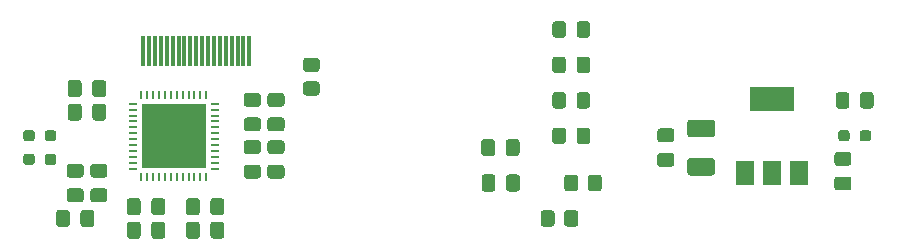
<source format=gtp>
%TF.GenerationSoftware,KiCad,Pcbnew,5.1.9+dfsg1-1+deb11u1*%
%TF.CreationDate,2025-10-23T09:37:16+02:00*%
%TF.ProjectId,VERA-XE-HDMI-Expansion,56455241-2d58-4452-9d48-444d492d4578,rev?*%
%TF.SameCoordinates,Original*%
%TF.FileFunction,Paste,Top*%
%TF.FilePolarity,Positive*%
%FSLAX46Y46*%
G04 Gerber Fmt 4.6, Leading zero omitted, Abs format (unit mm)*
G04 Created by KiCad (PCBNEW 5.1.9+dfsg1-1+deb11u1) date 2025-10-23 09:37:16*
%MOMM*%
%LPD*%
G01*
G04 APERTURE LIST*
%ADD10R,0.300000X2.600000*%
%ADD11R,3.800000X2.000000*%
%ADD12R,1.500000X2.000000*%
%ADD13R,5.511800X5.511800*%
%ADD14R,0.254000X0.787400*%
%ADD15R,0.787400X0.254000*%
G04 APERTURE END LIST*
%TO.C,C1*%
G36*
G01*
X194475000Y-36550000D02*
X193525000Y-36550000D01*
G75*
G02*
X193275000Y-36300000I0J250000D01*
G01*
X193275000Y-35625000D01*
G75*
G02*
X193525000Y-35375000I250000J0D01*
G01*
X194475000Y-35375000D01*
G75*
G02*
X194725000Y-35625000I0J-250000D01*
G01*
X194725000Y-36300000D01*
G75*
G02*
X194475000Y-36550000I-250000J0D01*
G01*
G37*
G36*
G01*
X194475000Y-38625000D02*
X193525000Y-38625000D01*
G75*
G02*
X193275000Y-38375000I0J250000D01*
G01*
X193275000Y-37700000D01*
G75*
G02*
X193525000Y-37450000I250000J0D01*
G01*
X194475000Y-37450000D01*
G75*
G02*
X194725000Y-37700000I0J-250000D01*
G01*
X194725000Y-38375000D01*
G75*
G02*
X194475000Y-38625000I-250000J0D01*
G01*
G37*
%TD*%
%TO.C,C2*%
G36*
G01*
X192475000Y-38625000D02*
X191525000Y-38625000D01*
G75*
G02*
X191275000Y-38375000I0J250000D01*
G01*
X191275000Y-37700000D01*
G75*
G02*
X191525000Y-37450000I250000J0D01*
G01*
X192475000Y-37450000D01*
G75*
G02*
X192725000Y-37700000I0J-250000D01*
G01*
X192725000Y-38375000D01*
G75*
G02*
X192475000Y-38625000I-250000J0D01*
G01*
G37*
G36*
G01*
X192475000Y-36550000D02*
X191525000Y-36550000D01*
G75*
G02*
X191275000Y-36300000I0J250000D01*
G01*
X191275000Y-35625000D01*
G75*
G02*
X191525000Y-35375000I250000J0D01*
G01*
X192475000Y-35375000D01*
G75*
G02*
X192725000Y-35625000I0J-250000D01*
G01*
X192725000Y-36300000D01*
G75*
G02*
X192475000Y-36550000I-250000J0D01*
G01*
G37*
%TD*%
%TO.C,C3*%
G36*
G01*
X192475000Y-42625000D02*
X191525000Y-42625000D01*
G75*
G02*
X191275000Y-42375000I0J250000D01*
G01*
X191275000Y-41700000D01*
G75*
G02*
X191525000Y-41450000I250000J0D01*
G01*
X192475000Y-41450000D01*
G75*
G02*
X192725000Y-41700000I0J-250000D01*
G01*
X192725000Y-42375000D01*
G75*
G02*
X192475000Y-42625000I-250000J0D01*
G01*
G37*
G36*
G01*
X192475000Y-40550000D02*
X191525000Y-40550000D01*
G75*
G02*
X191275000Y-40300000I0J250000D01*
G01*
X191275000Y-39625000D01*
G75*
G02*
X191525000Y-39375000I250000J0D01*
G01*
X192475000Y-39375000D01*
G75*
G02*
X192725000Y-39625000I0J-250000D01*
G01*
X192725000Y-40300000D01*
G75*
G02*
X192475000Y-40550000I-250000J0D01*
G01*
G37*
%TD*%
%TO.C,C4*%
G36*
G01*
X194475000Y-42625000D02*
X193525000Y-42625000D01*
G75*
G02*
X193275000Y-42375000I0J250000D01*
G01*
X193275000Y-41700000D01*
G75*
G02*
X193525000Y-41450000I250000J0D01*
G01*
X194475000Y-41450000D01*
G75*
G02*
X194725000Y-41700000I0J-250000D01*
G01*
X194725000Y-42375000D01*
G75*
G02*
X194475000Y-42625000I-250000J0D01*
G01*
G37*
G36*
G01*
X194475000Y-40550000D02*
X193525000Y-40550000D01*
G75*
G02*
X193275000Y-40300000I0J250000D01*
G01*
X193275000Y-39625000D01*
G75*
G02*
X193525000Y-39375000I250000J0D01*
G01*
X194475000Y-39375000D01*
G75*
G02*
X194725000Y-39625000I0J-250000D01*
G01*
X194725000Y-40300000D01*
G75*
G02*
X194475000Y-40550000I-250000J0D01*
G01*
G37*
%TD*%
%TO.C,C7*%
G36*
G01*
X176525000Y-41375000D02*
X177475000Y-41375000D01*
G75*
G02*
X177725000Y-41625000I0J-250000D01*
G01*
X177725000Y-42300000D01*
G75*
G02*
X177475000Y-42550000I-250000J0D01*
G01*
X176525000Y-42550000D01*
G75*
G02*
X176275000Y-42300000I0J250000D01*
G01*
X176275000Y-41625000D01*
G75*
G02*
X176525000Y-41375000I250000J0D01*
G01*
G37*
G36*
G01*
X176525000Y-43450000D02*
X177475000Y-43450000D01*
G75*
G02*
X177725000Y-43700000I0J-250000D01*
G01*
X177725000Y-44375000D01*
G75*
G02*
X177475000Y-44625000I-250000J0D01*
G01*
X176525000Y-44625000D01*
G75*
G02*
X176275000Y-44375000I0J250000D01*
G01*
X176275000Y-43700000D01*
G75*
G02*
X176525000Y-43450000I250000J0D01*
G01*
G37*
%TD*%
%TO.C,C8*%
G36*
G01*
X178525000Y-43450000D02*
X179475000Y-43450000D01*
G75*
G02*
X179725000Y-43700000I0J-250000D01*
G01*
X179725000Y-44375000D01*
G75*
G02*
X179475000Y-44625000I-250000J0D01*
G01*
X178525000Y-44625000D01*
G75*
G02*
X178275000Y-44375000I0J250000D01*
G01*
X178275000Y-43700000D01*
G75*
G02*
X178525000Y-43450000I250000J0D01*
G01*
G37*
G36*
G01*
X178525000Y-41375000D02*
X179475000Y-41375000D01*
G75*
G02*
X179725000Y-41625000I0J-250000D01*
G01*
X179725000Y-42300000D01*
G75*
G02*
X179475000Y-42550000I-250000J0D01*
G01*
X178525000Y-42550000D01*
G75*
G02*
X178275000Y-42300000I0J250000D01*
G01*
X178275000Y-41625000D01*
G75*
G02*
X178525000Y-41375000I250000J0D01*
G01*
G37*
%TD*%
%TO.C,C9*%
G36*
G01*
X182550000Y-46525000D02*
X182550000Y-47475000D01*
G75*
G02*
X182300000Y-47725000I-250000J0D01*
G01*
X181625000Y-47725000D01*
G75*
G02*
X181375000Y-47475000I0J250000D01*
G01*
X181375000Y-46525000D01*
G75*
G02*
X181625000Y-46275000I250000J0D01*
G01*
X182300000Y-46275000D01*
G75*
G02*
X182550000Y-46525000I0J-250000D01*
G01*
G37*
G36*
G01*
X184625000Y-46525000D02*
X184625000Y-47475000D01*
G75*
G02*
X184375000Y-47725000I-250000J0D01*
G01*
X183700000Y-47725000D01*
G75*
G02*
X183450000Y-47475000I0J250000D01*
G01*
X183450000Y-46525000D01*
G75*
G02*
X183700000Y-46275000I250000J0D01*
G01*
X184375000Y-46275000D01*
G75*
G02*
X184625000Y-46525000I0J-250000D01*
G01*
G37*
%TD*%
%TO.C,C10*%
G36*
G01*
X184625000Y-44525000D02*
X184625000Y-45475000D01*
G75*
G02*
X184375000Y-45725000I-250000J0D01*
G01*
X183700000Y-45725000D01*
G75*
G02*
X183450000Y-45475000I0J250000D01*
G01*
X183450000Y-44525000D01*
G75*
G02*
X183700000Y-44275000I250000J0D01*
G01*
X184375000Y-44275000D01*
G75*
G02*
X184625000Y-44525000I0J-250000D01*
G01*
G37*
G36*
G01*
X182550000Y-44525000D02*
X182550000Y-45475000D01*
G75*
G02*
X182300000Y-45725000I-250000J0D01*
G01*
X181625000Y-45725000D01*
G75*
G02*
X181375000Y-45475000I0J250000D01*
G01*
X181375000Y-44525000D01*
G75*
G02*
X181625000Y-44275000I250000J0D01*
G01*
X182300000Y-44275000D01*
G75*
G02*
X182550000Y-44525000I0J-250000D01*
G01*
G37*
%TD*%
%TO.C,C13*%
G36*
G01*
X179625000Y-36525000D02*
X179625000Y-37475000D01*
G75*
G02*
X179375000Y-37725000I-250000J0D01*
G01*
X178700000Y-37725000D01*
G75*
G02*
X178450000Y-37475000I0J250000D01*
G01*
X178450000Y-36525000D01*
G75*
G02*
X178700000Y-36275000I250000J0D01*
G01*
X179375000Y-36275000D01*
G75*
G02*
X179625000Y-36525000I0J-250000D01*
G01*
G37*
G36*
G01*
X177550000Y-36525000D02*
X177550000Y-37475000D01*
G75*
G02*
X177300000Y-37725000I-250000J0D01*
G01*
X176625000Y-37725000D01*
G75*
G02*
X176375000Y-37475000I0J250000D01*
G01*
X176375000Y-36525000D01*
G75*
G02*
X176625000Y-36275000I250000J0D01*
G01*
X177300000Y-36275000D01*
G75*
G02*
X177550000Y-36525000I0J-250000D01*
G01*
G37*
%TD*%
%TO.C,C14*%
G36*
G01*
X177550000Y-34525000D02*
X177550000Y-35475000D01*
G75*
G02*
X177300000Y-35725000I-250000J0D01*
G01*
X176625000Y-35725000D01*
G75*
G02*
X176375000Y-35475000I0J250000D01*
G01*
X176375000Y-34525000D01*
G75*
G02*
X176625000Y-34275000I250000J0D01*
G01*
X177300000Y-34275000D01*
G75*
G02*
X177550000Y-34525000I0J-250000D01*
G01*
G37*
G36*
G01*
X179625000Y-34525000D02*
X179625000Y-35475000D01*
G75*
G02*
X179375000Y-35725000I-250000J0D01*
G01*
X178700000Y-35725000D01*
G75*
G02*
X178450000Y-35475000I0J250000D01*
G01*
X178450000Y-34525000D01*
G75*
G02*
X178700000Y-34275000I250000J0D01*
G01*
X179375000Y-34275000D01*
G75*
G02*
X179625000Y-34525000I0J-250000D01*
G01*
G37*
%TD*%
%TO.C,C15*%
G36*
G01*
X242475000Y-43625000D02*
X241525000Y-43625000D01*
G75*
G02*
X241275000Y-43375000I0J250000D01*
G01*
X241275000Y-42700000D01*
G75*
G02*
X241525000Y-42450000I250000J0D01*
G01*
X242475000Y-42450000D01*
G75*
G02*
X242725000Y-42700000I0J-250000D01*
G01*
X242725000Y-43375000D01*
G75*
G02*
X242475000Y-43625000I-250000J0D01*
G01*
G37*
G36*
G01*
X242475000Y-41550000D02*
X241525000Y-41550000D01*
G75*
G02*
X241275000Y-41300000I0J250000D01*
G01*
X241275000Y-40625000D01*
G75*
G02*
X241525000Y-40375000I250000J0D01*
G01*
X242475000Y-40375000D01*
G75*
G02*
X242725000Y-40625000I0J-250000D01*
G01*
X242725000Y-41300000D01*
G75*
G02*
X242475000Y-41550000I-250000J0D01*
G01*
G37*
%TD*%
%TO.C,C16*%
G36*
G01*
X229075000Y-37625000D02*
X230925000Y-37625000D01*
G75*
G02*
X231175000Y-37875000I0J-250000D01*
G01*
X231175000Y-38875000D01*
G75*
G02*
X230925000Y-39125000I-250000J0D01*
G01*
X229075000Y-39125000D01*
G75*
G02*
X228825000Y-38875000I0J250000D01*
G01*
X228825000Y-37875000D01*
G75*
G02*
X229075000Y-37625000I250000J0D01*
G01*
G37*
G36*
G01*
X229075000Y-40875000D02*
X230925000Y-40875000D01*
G75*
G02*
X231175000Y-41125000I0J-250000D01*
G01*
X231175000Y-42125000D01*
G75*
G02*
X230925000Y-42375000I-250000J0D01*
G01*
X229075000Y-42375000D01*
G75*
G02*
X228825000Y-42125000I0J250000D01*
G01*
X228825000Y-41125000D01*
G75*
G02*
X229075000Y-40875000I250000J0D01*
G01*
G37*
%TD*%
%TO.C,C17*%
G36*
G01*
X226525000Y-40450000D02*
X227475000Y-40450000D01*
G75*
G02*
X227725000Y-40700000I0J-250000D01*
G01*
X227725000Y-41375000D01*
G75*
G02*
X227475000Y-41625000I-250000J0D01*
G01*
X226525000Y-41625000D01*
G75*
G02*
X226275000Y-41375000I0J250000D01*
G01*
X226275000Y-40700000D01*
G75*
G02*
X226525000Y-40450000I250000J0D01*
G01*
G37*
G36*
G01*
X226525000Y-38375000D02*
X227475000Y-38375000D01*
G75*
G02*
X227725000Y-38625000I0J-250000D01*
G01*
X227725000Y-39300000D01*
G75*
G02*
X227475000Y-39550000I-250000J0D01*
G01*
X226525000Y-39550000D01*
G75*
G02*
X226275000Y-39300000I0J250000D01*
G01*
X226275000Y-38625000D01*
G75*
G02*
X226525000Y-38375000I250000J0D01*
G01*
G37*
%TD*%
%TO.C,C18*%
G36*
G01*
X188450000Y-47475000D02*
X188450000Y-46525000D01*
G75*
G02*
X188700000Y-46275000I250000J0D01*
G01*
X189375000Y-46275000D01*
G75*
G02*
X189625000Y-46525000I0J-250000D01*
G01*
X189625000Y-47475000D01*
G75*
G02*
X189375000Y-47725000I-250000J0D01*
G01*
X188700000Y-47725000D01*
G75*
G02*
X188450000Y-47475000I0J250000D01*
G01*
G37*
G36*
G01*
X186375000Y-47475000D02*
X186375000Y-46525000D01*
G75*
G02*
X186625000Y-46275000I250000J0D01*
G01*
X187300000Y-46275000D01*
G75*
G02*
X187550000Y-46525000I0J-250000D01*
G01*
X187550000Y-47475000D01*
G75*
G02*
X187300000Y-47725000I-250000J0D01*
G01*
X186625000Y-47725000D01*
G75*
G02*
X186375000Y-47475000I0J250000D01*
G01*
G37*
%TD*%
%TO.C,C19*%
G36*
G01*
X186375000Y-45475000D02*
X186375000Y-44525000D01*
G75*
G02*
X186625000Y-44275000I250000J0D01*
G01*
X187300000Y-44275000D01*
G75*
G02*
X187550000Y-44525000I0J-250000D01*
G01*
X187550000Y-45475000D01*
G75*
G02*
X187300000Y-45725000I-250000J0D01*
G01*
X186625000Y-45725000D01*
G75*
G02*
X186375000Y-45475000I0J250000D01*
G01*
G37*
G36*
G01*
X188450000Y-45475000D02*
X188450000Y-44525000D01*
G75*
G02*
X188700000Y-44275000I250000J0D01*
G01*
X189375000Y-44275000D01*
G75*
G02*
X189625000Y-44525000I0J-250000D01*
G01*
X189625000Y-45475000D01*
G75*
G02*
X189375000Y-45725000I-250000J0D01*
G01*
X188700000Y-45725000D01*
G75*
G02*
X188450000Y-45475000I0J250000D01*
G01*
G37*
%TD*%
%TO.C,C26*%
G36*
G01*
X211375000Y-40475000D02*
X211375000Y-39525000D01*
G75*
G02*
X211625000Y-39275000I250000J0D01*
G01*
X212300000Y-39275000D01*
G75*
G02*
X212550000Y-39525000I0J-250000D01*
G01*
X212550000Y-40475000D01*
G75*
G02*
X212300000Y-40725000I-250000J0D01*
G01*
X211625000Y-40725000D01*
G75*
G02*
X211375000Y-40475000I0J250000D01*
G01*
G37*
G36*
G01*
X213450000Y-40475000D02*
X213450000Y-39525000D01*
G75*
G02*
X213700000Y-39275000I250000J0D01*
G01*
X214375000Y-39275000D01*
G75*
G02*
X214625000Y-39525000I0J-250000D01*
G01*
X214625000Y-40475000D01*
G75*
G02*
X214375000Y-40725000I-250000J0D01*
G01*
X213700000Y-40725000D01*
G75*
G02*
X213450000Y-40475000I0J250000D01*
G01*
G37*
%TD*%
%TO.C,C27*%
G36*
G01*
X213487500Y-43475000D02*
X213487500Y-42525000D01*
G75*
G02*
X213737500Y-42275000I250000J0D01*
G01*
X214412500Y-42275000D01*
G75*
G02*
X214662500Y-42525000I0J-250000D01*
G01*
X214662500Y-43475000D01*
G75*
G02*
X214412500Y-43725000I-250000J0D01*
G01*
X213737500Y-43725000D01*
G75*
G02*
X213487500Y-43475000I0J250000D01*
G01*
G37*
G36*
G01*
X211412500Y-43475000D02*
X211412500Y-42525000D01*
G75*
G02*
X211662500Y-42275000I250000J0D01*
G01*
X212337500Y-42275000D01*
G75*
G02*
X212587500Y-42525000I0J-250000D01*
G01*
X212587500Y-43475000D01*
G75*
G02*
X212337500Y-43725000I-250000J0D01*
G01*
X211662500Y-43725000D01*
G75*
G02*
X211412500Y-43475000I0J250000D01*
G01*
G37*
%TD*%
%TO.C,C30*%
G36*
G01*
X178625000Y-45525000D02*
X178625000Y-46475000D01*
G75*
G02*
X178375000Y-46725000I-250000J0D01*
G01*
X177700000Y-46725000D01*
G75*
G02*
X177450000Y-46475000I0J250000D01*
G01*
X177450000Y-45525000D01*
G75*
G02*
X177700000Y-45275000I250000J0D01*
G01*
X178375000Y-45275000D01*
G75*
G02*
X178625000Y-45525000I0J-250000D01*
G01*
G37*
G36*
G01*
X176550000Y-45525000D02*
X176550000Y-46475000D01*
G75*
G02*
X176300000Y-46725000I-250000J0D01*
G01*
X175625000Y-46725000D01*
G75*
G02*
X175375000Y-46475000I0J250000D01*
G01*
X175375000Y-45525000D01*
G75*
G02*
X175625000Y-45275000I250000J0D01*
G01*
X176300000Y-45275000D01*
G75*
G02*
X176550000Y-45525000I0J-250000D01*
G01*
G37*
%TD*%
D10*
%TO.C,J1*%
X182750000Y-31800000D03*
X183250000Y-31800000D03*
X183750000Y-31800000D03*
X184250000Y-31800000D03*
X184750000Y-31800000D03*
X185250000Y-31800000D03*
X185750000Y-31800000D03*
X186250000Y-31800000D03*
X186750000Y-31800000D03*
X187250000Y-31800000D03*
X187750000Y-31800000D03*
X188250000Y-31800000D03*
X188750000Y-31800000D03*
X189250000Y-31800000D03*
X189750000Y-31800000D03*
X190250000Y-31800000D03*
X190750000Y-31800000D03*
X191250000Y-31800000D03*
X191750000Y-31800000D03*
%TD*%
%TO.C,L1*%
G36*
G01*
X218550000Y-38549999D02*
X218550000Y-39450001D01*
G75*
G02*
X218300001Y-39700000I-249999J0D01*
G01*
X217649999Y-39700000D01*
G75*
G02*
X217400000Y-39450001I0J249999D01*
G01*
X217400000Y-38549999D01*
G75*
G02*
X217649999Y-38300000I249999J0D01*
G01*
X218300001Y-38300000D01*
G75*
G02*
X218550000Y-38549999I0J-249999D01*
G01*
G37*
G36*
G01*
X220600000Y-38549999D02*
X220600000Y-39450001D01*
G75*
G02*
X220350001Y-39700000I-249999J0D01*
G01*
X219699999Y-39700000D01*
G75*
G02*
X219450000Y-39450001I0J249999D01*
G01*
X219450000Y-38549999D01*
G75*
G02*
X219699999Y-38300000I249999J0D01*
G01*
X220350001Y-38300000D01*
G75*
G02*
X220600000Y-38549999I0J-249999D01*
G01*
G37*
%TD*%
%TO.C,L2*%
G36*
G01*
X220600000Y-35549999D02*
X220600000Y-36450001D01*
G75*
G02*
X220350001Y-36700000I-249999J0D01*
G01*
X219699999Y-36700000D01*
G75*
G02*
X219450000Y-36450001I0J249999D01*
G01*
X219450000Y-35549999D01*
G75*
G02*
X219699999Y-35300000I249999J0D01*
G01*
X220350001Y-35300000D01*
G75*
G02*
X220600000Y-35549999I0J-249999D01*
G01*
G37*
G36*
G01*
X218550000Y-35549999D02*
X218550000Y-36450001D01*
G75*
G02*
X218300001Y-36700000I-249999J0D01*
G01*
X217649999Y-36700000D01*
G75*
G02*
X217400000Y-36450001I0J249999D01*
G01*
X217400000Y-35549999D01*
G75*
G02*
X217649999Y-35300000I249999J0D01*
G01*
X218300001Y-35300000D01*
G75*
G02*
X218550000Y-35549999I0J-249999D01*
G01*
G37*
%TD*%
%TO.C,L3*%
G36*
G01*
X220600000Y-32549999D02*
X220600000Y-33450001D01*
G75*
G02*
X220350001Y-33700000I-249999J0D01*
G01*
X219699999Y-33700000D01*
G75*
G02*
X219450000Y-33450001I0J249999D01*
G01*
X219450000Y-32549999D01*
G75*
G02*
X219699999Y-32300000I249999J0D01*
G01*
X220350001Y-32300000D01*
G75*
G02*
X220600000Y-32549999I0J-249999D01*
G01*
G37*
G36*
G01*
X218550000Y-32549999D02*
X218550000Y-33450001D01*
G75*
G02*
X218300001Y-33700000I-249999J0D01*
G01*
X217649999Y-33700000D01*
G75*
G02*
X217400000Y-33450001I0J249999D01*
G01*
X217400000Y-32549999D01*
G75*
G02*
X217649999Y-32300000I249999J0D01*
G01*
X218300001Y-32300000D01*
G75*
G02*
X218550000Y-32549999I0J-249999D01*
G01*
G37*
%TD*%
%TO.C,L4*%
G36*
G01*
X218550000Y-29549999D02*
X218550000Y-30450001D01*
G75*
G02*
X218300001Y-30700000I-249999J0D01*
G01*
X217649999Y-30700000D01*
G75*
G02*
X217400000Y-30450001I0J249999D01*
G01*
X217400000Y-29549999D01*
G75*
G02*
X217649999Y-29300000I249999J0D01*
G01*
X218300001Y-29300000D01*
G75*
G02*
X218550000Y-29549999I0J-249999D01*
G01*
G37*
G36*
G01*
X220600000Y-29549999D02*
X220600000Y-30450001D01*
G75*
G02*
X220350001Y-30700000I-249999J0D01*
G01*
X219699999Y-30700000D01*
G75*
G02*
X219450000Y-30450001I0J249999D01*
G01*
X219450000Y-29549999D01*
G75*
G02*
X219699999Y-29300000I249999J0D01*
G01*
X220350001Y-29300000D01*
G75*
G02*
X220600000Y-29549999I0J-249999D01*
G01*
G37*
%TD*%
%TO.C,R1*%
G36*
G01*
X218400000Y-46450001D02*
X218400000Y-45549999D01*
G75*
G02*
X218649999Y-45300000I249999J0D01*
G01*
X219350001Y-45300000D01*
G75*
G02*
X219600000Y-45549999I0J-249999D01*
G01*
X219600000Y-46450001D01*
G75*
G02*
X219350001Y-46700000I-249999J0D01*
G01*
X218649999Y-46700000D01*
G75*
G02*
X218400000Y-46450001I0J249999D01*
G01*
G37*
G36*
G01*
X216400000Y-46450001D02*
X216400000Y-45549999D01*
G75*
G02*
X216649999Y-45300000I249999J0D01*
G01*
X217350001Y-45300000D01*
G75*
G02*
X217600000Y-45549999I0J-249999D01*
G01*
X217600000Y-46450001D01*
G75*
G02*
X217350001Y-46700000I-249999J0D01*
G01*
X216649999Y-46700000D01*
G75*
G02*
X216400000Y-46450001I0J249999D01*
G01*
G37*
%TD*%
%TO.C,R2*%
G36*
G01*
X218400000Y-43450001D02*
X218400000Y-42549999D01*
G75*
G02*
X218649999Y-42300000I249999J0D01*
G01*
X219350001Y-42300000D01*
G75*
G02*
X219600000Y-42549999I0J-249999D01*
G01*
X219600000Y-43450001D01*
G75*
G02*
X219350001Y-43700000I-249999J0D01*
G01*
X218649999Y-43700000D01*
G75*
G02*
X218400000Y-43450001I0J249999D01*
G01*
G37*
G36*
G01*
X220400000Y-43450001D02*
X220400000Y-42549999D01*
G75*
G02*
X220649999Y-42300000I249999J0D01*
G01*
X221350001Y-42300000D01*
G75*
G02*
X221600000Y-42549999I0J-249999D01*
G01*
X221600000Y-43450001D01*
G75*
G02*
X221350001Y-43700000I-249999J0D01*
G01*
X220649999Y-43700000D01*
G75*
G02*
X220400000Y-43450001I0J249999D01*
G01*
G37*
%TD*%
%TO.C,R14*%
G36*
G01*
X197450001Y-35600000D02*
X196549999Y-35600000D01*
G75*
G02*
X196300000Y-35350001I0J249999D01*
G01*
X196300000Y-34649999D01*
G75*
G02*
X196549999Y-34400000I249999J0D01*
G01*
X197450001Y-34400000D01*
G75*
G02*
X197700000Y-34649999I0J-249999D01*
G01*
X197700000Y-35350001D01*
G75*
G02*
X197450001Y-35600000I-249999J0D01*
G01*
G37*
G36*
G01*
X197450001Y-33600000D02*
X196549999Y-33600000D01*
G75*
G02*
X196300000Y-33350001I0J249999D01*
G01*
X196300000Y-32649999D01*
G75*
G02*
X196549999Y-32400000I249999J0D01*
G01*
X197450001Y-32400000D01*
G75*
G02*
X197700000Y-32649999I0J-249999D01*
G01*
X197700000Y-33350001D01*
G75*
G02*
X197450001Y-33600000I-249999J0D01*
G01*
G37*
%TD*%
%TO.C,R15*%
G36*
G01*
X174425000Y-41237500D02*
X174425000Y-40762500D01*
G75*
G02*
X174662500Y-40525000I237500J0D01*
G01*
X175162500Y-40525000D01*
G75*
G02*
X175400000Y-40762500I0J-237500D01*
G01*
X175400000Y-41237500D01*
G75*
G02*
X175162500Y-41475000I-237500J0D01*
G01*
X174662500Y-41475000D01*
G75*
G02*
X174425000Y-41237500I0J237500D01*
G01*
G37*
G36*
G01*
X172600000Y-41237500D02*
X172600000Y-40762500D01*
G75*
G02*
X172837500Y-40525000I237500J0D01*
G01*
X173337500Y-40525000D01*
G75*
G02*
X173575000Y-40762500I0J-237500D01*
G01*
X173575000Y-41237500D01*
G75*
G02*
X173337500Y-41475000I-237500J0D01*
G01*
X172837500Y-41475000D01*
G75*
G02*
X172600000Y-41237500I0J237500D01*
G01*
G37*
%TD*%
%TO.C,R16*%
G36*
G01*
X172600000Y-39237500D02*
X172600000Y-38762500D01*
G75*
G02*
X172837500Y-38525000I237500J0D01*
G01*
X173337500Y-38525000D01*
G75*
G02*
X173575000Y-38762500I0J-237500D01*
G01*
X173575000Y-39237500D01*
G75*
G02*
X173337500Y-39475000I-237500J0D01*
G01*
X172837500Y-39475000D01*
G75*
G02*
X172600000Y-39237500I0J237500D01*
G01*
G37*
G36*
G01*
X174425000Y-39237500D02*
X174425000Y-38762500D01*
G75*
G02*
X174662500Y-38525000I237500J0D01*
G01*
X175162500Y-38525000D01*
G75*
G02*
X175400000Y-38762500I0J-237500D01*
G01*
X175400000Y-39237500D01*
G75*
G02*
X175162500Y-39475000I-237500J0D01*
G01*
X174662500Y-39475000D01*
G75*
G02*
X174425000Y-39237500I0J237500D01*
G01*
G37*
%TD*%
D11*
%TO.C,U1*%
X236000000Y-35850000D03*
D12*
X236000000Y-42150000D03*
X238300000Y-42150000D03*
X233700000Y-42150000D03*
%TD*%
D13*
%TO.C,U2*%
X185350000Y-39032900D03*
D14*
X188100000Y-42500000D03*
X187600001Y-42500000D03*
X187099999Y-42500000D03*
X186600000Y-42500000D03*
X186100001Y-42500000D03*
X185600000Y-42500000D03*
X185100000Y-42500000D03*
X184599999Y-42500000D03*
X184100000Y-42500000D03*
X183600001Y-42500000D03*
X183099999Y-42500000D03*
X182600000Y-42500000D03*
D15*
X181882900Y-41782900D03*
X181882900Y-41282901D03*
X181882900Y-40782899D03*
X181882900Y-40282900D03*
X181882900Y-39782901D03*
X181882900Y-39282900D03*
X181882900Y-38782900D03*
X181882900Y-38282899D03*
X181882900Y-37782900D03*
X181882900Y-37282901D03*
X181882900Y-36782899D03*
X181882900Y-36282900D03*
D14*
X182600000Y-35565800D03*
X183099999Y-35565800D03*
X183600001Y-35565800D03*
X184100000Y-35565800D03*
X184599999Y-35565800D03*
X185100000Y-35565800D03*
X185600000Y-35565800D03*
X186100001Y-35565800D03*
X186600000Y-35565800D03*
X187099999Y-35565800D03*
X187600001Y-35565800D03*
X188100000Y-35565800D03*
D15*
X188817100Y-36282900D03*
X188817100Y-36782899D03*
X188817100Y-37282901D03*
X188817100Y-37782900D03*
X188817100Y-38282899D03*
X188817100Y-38782900D03*
X188817100Y-39282900D03*
X188817100Y-39782901D03*
X188817100Y-40282900D03*
X188817100Y-40782899D03*
X188817100Y-41282901D03*
X188817100Y-41782900D03*
%TD*%
%TO.C,LD1*%
G36*
G01*
X244600000Y-35549999D02*
X244600000Y-36450001D01*
G75*
G02*
X244350001Y-36700000I-249999J0D01*
G01*
X243699999Y-36700000D01*
G75*
G02*
X243450000Y-36450001I0J249999D01*
G01*
X243450000Y-35549999D01*
G75*
G02*
X243699999Y-35300000I249999J0D01*
G01*
X244350001Y-35300000D01*
G75*
G02*
X244600000Y-35549999I0J-249999D01*
G01*
G37*
G36*
G01*
X242550000Y-35549999D02*
X242550000Y-36450001D01*
G75*
G02*
X242300001Y-36700000I-249999J0D01*
G01*
X241649999Y-36700000D01*
G75*
G02*
X241400000Y-36450001I0J249999D01*
G01*
X241400000Y-35549999D01*
G75*
G02*
X241649999Y-35300000I249999J0D01*
G01*
X242300001Y-35300000D01*
G75*
G02*
X242550000Y-35549999I0J-249999D01*
G01*
G37*
%TD*%
%TO.C,R17*%
G36*
G01*
X244400000Y-38762500D02*
X244400000Y-39237500D01*
G75*
G02*
X244162500Y-39475000I-237500J0D01*
G01*
X243662500Y-39475000D01*
G75*
G02*
X243425000Y-39237500I0J237500D01*
G01*
X243425000Y-38762500D01*
G75*
G02*
X243662500Y-38525000I237500J0D01*
G01*
X244162500Y-38525000D01*
G75*
G02*
X244400000Y-38762500I0J-237500D01*
G01*
G37*
G36*
G01*
X242575000Y-38762500D02*
X242575000Y-39237500D01*
G75*
G02*
X242337500Y-39475000I-237500J0D01*
G01*
X241837500Y-39475000D01*
G75*
G02*
X241600000Y-39237500I0J237500D01*
G01*
X241600000Y-38762500D01*
G75*
G02*
X241837500Y-38525000I237500J0D01*
G01*
X242337500Y-38525000D01*
G75*
G02*
X242575000Y-38762500I0J-237500D01*
G01*
G37*
%TD*%
M02*

</source>
